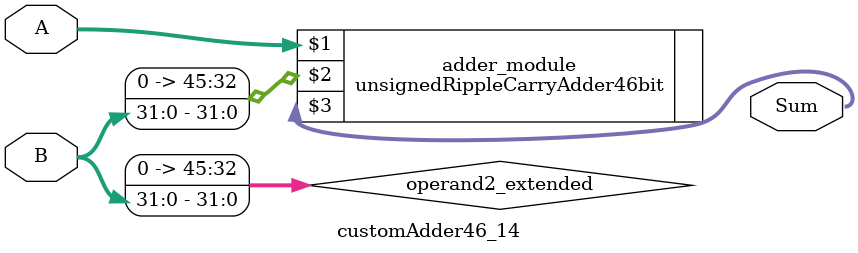
<source format=v>
module customAdder46_14(
                        input [45 : 0] A,
                        input [31 : 0] B,
                        
                        output [46 : 0] Sum
                );

        wire [45 : 0] operand2_extended;
        
        assign operand2_extended =  {14'b0, B};
        
        unsignedRippleCarryAdder46bit adder_module(
            A,
            operand2_extended,
            Sum
        );
        
        endmodule
        
</source>
